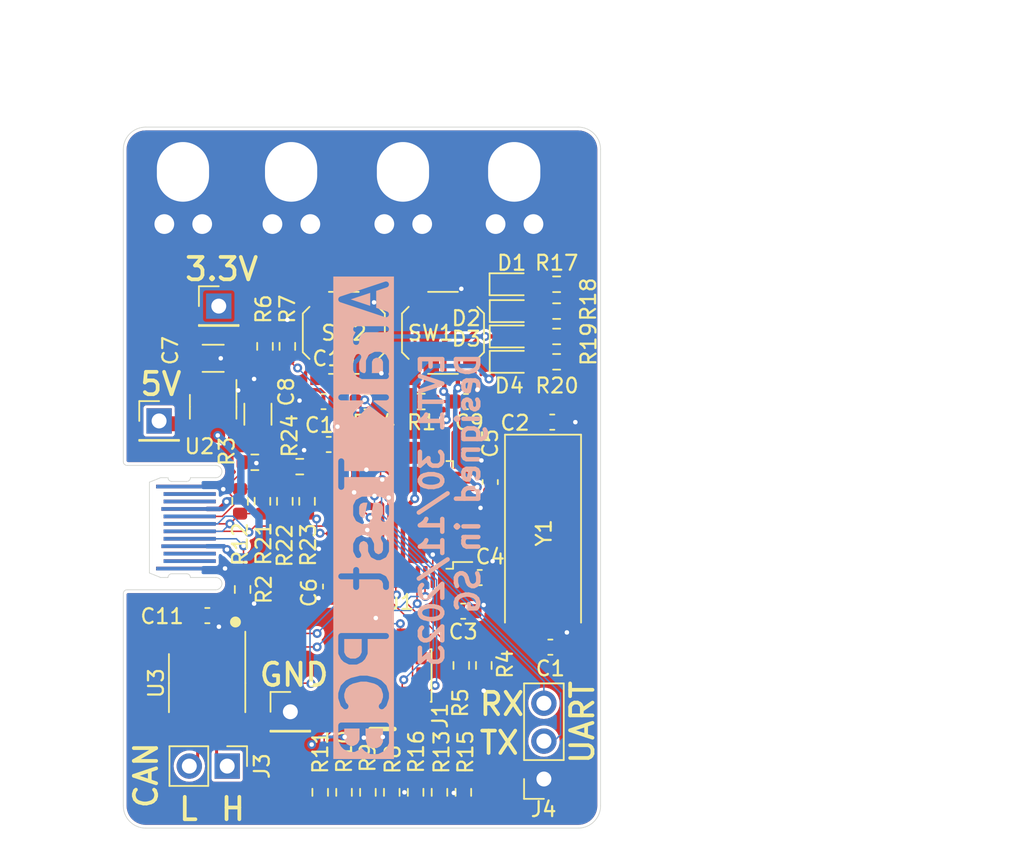
<source format=kicad_pcb>
(kicad_pcb (version 20221018) (generator pcbnew)

  (general
    (thickness 0.8)
  )

  (paper "A4")
  (layers
    (0 "F.Cu" signal)
    (31 "B.Cu" signal)
    (32 "B.Adhes" user "B.Adhesive")
    (33 "F.Adhes" user "F.Adhesive")
    (34 "B.Paste" user)
    (35 "F.Paste" user)
    (36 "B.SilkS" user "B.Silkscreen")
    (37 "F.SilkS" user "F.Silkscreen")
    (38 "B.Mask" user)
    (39 "F.Mask" user)
    (40 "Dwgs.User" user "User.Drawings")
    (41 "Cmts.User" user "User.Comments")
    (42 "Eco1.User" user "User.Eco1")
    (43 "Eco2.User" user "User.Eco2")
    (44 "Edge.Cuts" user)
    (45 "Margin" user)
    (46 "B.CrtYd" user "B.Courtyard")
    (47 "F.CrtYd" user "F.Courtyard")
    (48 "B.Fab" user)
    (49 "F.Fab" user)
    (50 "User.1" user)
    (51 "User.2" user)
    (52 "User.3" user)
    (53 "User.4" user)
    (54 "User.5" user)
    (55 "User.6" user)
    (56 "User.7" user)
    (57 "User.8" user)
    (58 "User.9" user)
  )

  (setup
    (stackup
      (layer "F.SilkS" (type "Top Silk Screen") (color "White"))
      (layer "F.Paste" (type "Top Solder Paste"))
      (layer "F.Mask" (type "Top Solder Mask") (color "Green") (thickness 0.01))
      (layer "F.Cu" (type "copper") (thickness 0.035))
      (layer "dielectric 1" (type "core") (color "FR4 natural") (thickness 0.71) (material "FR4") (epsilon_r 4.5) (loss_tangent 0.02))
      (layer "B.Cu" (type "copper") (thickness 0.035))
      (layer "B.Mask" (type "Bottom Solder Mask") (color "Green") (thickness 0.01))
      (layer "B.Paste" (type "Bottom Solder Paste"))
      (layer "B.SilkS" (type "Bottom Silk Screen") (color "White"))
      (copper_finish "ENIG")
      (dielectric_constraints no)
    )
    (pad_to_mask_clearance 0)
    (aux_axis_origin 101 127)
    (pcbplotparams
      (layerselection 0x00010fc_ffffffff)
      (plot_on_all_layers_selection 0x0000000_00000000)
      (disableapertmacros false)
      (usegerberextensions false)
      (usegerberattributes true)
      (usegerberadvancedattributes true)
      (creategerberjobfile true)
      (dashed_line_dash_ratio 12.000000)
      (dashed_line_gap_ratio 3.000000)
      (svgprecision 4)
      (plotframeref false)
      (viasonmask false)
      (mode 1)
      (useauxorigin false)
      (hpglpennumber 1)
      (hpglpenspeed 20)
      (hpglpendiameter 15.000000)
      (dxfpolygonmode true)
      (dxfimperialunits true)
      (dxfusepcbnewfont true)
      (psnegative false)
      (psa4output false)
      (plotreference true)
      (plotvalue true)
      (plotinvisibletext false)
      (sketchpadsonfab false)
      (subtractmaskfromsilk false)
      (outputformat 1)
      (mirror false)
      (drillshape 1)
      (scaleselection 1)
      (outputdirectory "")
    )
  )

  (net 0 "")
  (net 1 "GND")
  (net 2 "/OSCIN")
  (net 3 "/OSCOUT")
  (net 4 "+3.3V")
  (net 5 "+5V")
  (net 6 "/NRST")
  (net 7 "/MODE")
  (net 8 "Net-(D1-K)")
  (net 9 "Net-(D1-A)")
  (net 10 "Net-(D2-K)")
  (net 11 "Net-(D2-A)")
  (net 12 "Net-(D3-K)")
  (net 13 "Net-(D3-A)")
  (net 14 "Net-(D4-K)")
  (net 15 "Net-(D4-A)")
  (net 16 "/JTMS")
  (net 17 "/JTCK")
  (net 18 "/JTDO")
  (net 19 "/RX1")
  (net 20 "/JTDI")
  (net 21 "/TX1")
  (net 22 "/JNTRST")
  (net 23 "Net-(J2-CC2)")
  (net 24 "Net-(J2-CC1)")
  (net 25 "/BOOT0")
  (net 26 "/BOOT1")
  (net 27 "/USB_P")
  (net 28 "/USB_EN")
  (net 29 "unconnected-(U1-PC13-Pad2)")
  (net 30 "unconnected-(U1-PC14-Pad3)")
  (net 31 "unconnected-(U1-PC15-Pad4)")
  (net 32 "unconnected-(U1-PA1-Pad11)")
  (net 33 "unconnected-(U1-PA2-Pad12)")
  (net 34 "/SPI1_NSS")
  (net 35 "/SPI1_SCK")
  (net 36 "/SPI1_CIPO")
  (net 37 "/SPI1_COPI")
  (net 38 "unconnected-(U1-PB0-Pad18)")
  (net 39 "unconnected-(U1-PB1-Pad19)")
  (net 40 "/TX2")
  (net 41 "/RX2")
  (net 42 "unconnected-(U1-PB12-Pad25)")
  (net 43 "unconnected-(U1-PB13-Pad26)")
  (net 44 "unconnected-(U1-PB14-Pad27)")
  (net 45 "/USB_N")
  (net 46 "/CANMODE")
  (net 47 "/CANRX")
  (net 48 "/CANTX")
  (net 49 "unconnected-(U3-Vref-Pad5)")
  (net 50 "unconnected-(J2-PadA2)")
  (net 51 "unconnected-(J2-PadA3)")
  (net 52 "unconnected-(J2-SBU1-PadA8)")
  (net 53 "unconnected-(J2-PadA10)")
  (net 54 "unconnected-(J2-PadA11)")
  (net 55 "unconnected-(J2-PadB2)")
  (net 56 "unconnected-(J2-PadB3)")
  (net 57 "unconnected-(J2-SBU2-PadB8)")
  (net 58 "unconnected-(J2-PadB10)")
  (net 59 "unconnected-(J2-PadB11)")
  (net 60 "/CANH")
  (net 61 "/CANL")
  (net 62 "Net-(R23-Pad2)")

  (footprint "Connector_PinHeader_2.54mm:PinHeader_1x01_P2.54mm_Vertical" (layer "F.Cu") (at 113.2 118.2))

  (footprint "Resistor_SMD:R_0603_1608Metric" (layer "F.Cu") (at 110 110 -90))

  (footprint "Resistor_SMD:R_0603_1608Metric" (layer "F.Cu") (at 121.975 97.4))

  (footprint "Connector_PinHeader_2.54mm:PinHeader_1x01_P2.54mm_Vertical" (layer "F.Cu") (at 108.4 91))

  (footprint "Resistor_SMD:R_0603_1608Metric" (layer "F.Cu") (at 131.0538 94.735))

  (footprint "Resistor_SMD:R_0603_1608Metric" (layer "F.Cu") (at 124.8 123.6 90))

  (footprint "Arak:Test Point" (layer "F.Cu") (at 128.21 82))

  (footprint "Arak:Test Point" (layer "F.Cu") (at 106 82))

  (footprint "Resistor_SMD:R_0603_1608Metric" (layer "F.Cu") (at 111.3296 104.0892 90))

  (footprint "Capacitor_SMD:C_1206_3216Metric" (layer "F.Cu") (at 111.025 98.25 90))

  (footprint "LED_SMD:LED_0603_1608Metric" (layer "F.Cu") (at 128.0413 89.535))

  (footprint "Capacitor_SMD:C_0603_1608Metric" (layer "F.Cu") (at 124.975 97.4))

  (footprint "Capacitor_SMD:C_1206_3216Metric" (layer "F.Cu") (at 108.025 94.5))

  (footprint "Resistor_SMD:R_0603_1608Metric" (layer "F.Cu") (at 123.2 123.6 -90))

  (footprint "LED_SMD:LED_0603_1608Metric" (layer "F.Cu") (at 128.0538 93.035))

  (footprint "Capacitor_SMD:C_0603_1608Metric" (layer "F.Cu") (at 125.9 109.2))

  (footprint "Capacitor_SMD:C_0603_1608Metric" (layer "F.Cu") (at 107.635 111.75))

  (footprint "Resistor_SMD:R_0603_1608Metric" (layer "F.Cu") (at 112.8296 104.0892 90))

  (footprint "Crystal:Crystal_SMD_HC49-SD" (layer "F.Cu") (at 130.14 106.32 -90))

  (footprint "LED_SMD:LED_0603_1608Metric" (layer "F.Cu") (at 128.0538 91.335))

  (footprint "Arak:Test Point" (layer "F.Cu") (at 120.75 82))

  (footprint "Capacitor_SMD:C_0603_1608Metric" (layer "F.Cu") (at 115.7732 100.2792 180))

  (footprint "Resistor_SMD:R_0603_1608Metric" (layer "F.Cu") (at 131.0538 91.335))

  (footprint "Resistor_SMD:R_0603_1608Metric" (layer "F.Cu") (at 114.3196 104.0892 90))

  (footprint "Resistor_SMD:R_0603_1608Metric" (layer "F.Cu") (at 131.0538 89.535))

  (footprint "Package_TO_SOT_SMD:SOT-23-3" (layer "F.Cu") (at 108.025 97.75 -90))

  (footprint "Arak:Test Point" (layer "F.Cu") (at 113.25 82))

  (footprint "LED_SMD:LED_0603_1608Metric" (layer "F.Cu") (at 128.0538 94.735))

  (footprint "Resistor_SMD:R_0603_1608Metric" (layer "F.Cu") (at 118.4 97.4 180))

  (footprint "Resistor_SMD:R_0603_1608Metric" (layer "F.Cu") (at 120 123.6 -90))

  (footprint "Package_QFP:LQFP-48_7x7mm_P0.5mm" (layer "F.Cu") (at 120.5 105 180))

  (footprint "Capacitor_SMD:C_0603_1608Metric" (layer "F.Cu") (at 124.7902 111.4552))

  (footprint "Button_Switch_SMD:SW_Push_1P1T_XKB_TS-1187A" (layer "F.Cu") (at 123.435 92.795 -90))

  (footprint "Resistor_SMD:R_0603_1608Metric" (layer "F.Cu") (at 126.17 115.095 -90))

  (footprint "Connector_PinHeader_2.54mm:PinHeader_1x01_P2.54mm_Vertical" (layer "F.Cu") (at 104.4 98.7))

  (footprint "Package_SO:SOIC-8_3.9x4.9mm_P1.27mm" (layer "F.Cu") (at 107.62 116.28 -90))

  (footprint "Resistor_SMD:R_0603_1608Metric" (layer "F.Cu") (at 121.6 123.6 90))

  (footprint "Capacitor_SMD:C_0603_1608Metric" (layer "F.Cu") (at 126.6 102.8 90))

  (footprint "Connector_PinSocket_2.54mm:PinSocket_1x03_P2.54mm_Vertical" (layer "F.Cu") (at 130.2004 122.7074 180))

  (footprint "Capacitor_SMD:C_0603_1608Metric" (layer "F.Cu") (at 130.7592 98.7806 180))

  (footprint "Resistor_SMD:R_0603_1608Metric" (layer "F.Cu") (at 124.66 115.095 90))

  (footprint "Capacitor_SMD:C_0603_1608Metric" (layer "F.Cu") (at 115.9 109.8 -90))

  (footprint "Capacitor_SMD:C_0603_1608Metric" (layer "F.Cu") (at 115.425 97.4 180))

  (footprint "Resistor_SMD:R_0603_1608Metric" (layer "F.Cu") (at 113.8296 101.7642 180))

  (footprint "Resistor_SMD:R_0603_1608Metric" (layer "F.Cu") (at 111.5 93.7 -90))

  (footprint "Resistor_SMD:R_0603_1608Metric" (layer "F.Cu") (at 110.8202 101.473))

  (footprint "Resistor_SMD:R_0603_1608Metric" (layer "F.Cu") (at 116.8 123.6 -90))

  (footprint "Resistor_SMD:R_0603_1608Metric" (layer "F.Cu") (at 118.4 123.6 -90))

  (footprint "Resistor_SMD:R_0603_1608Metric" (layer "F.Cu") (at 131.0538 93.035))

  (footprint "Arak:USB-C PCB shell" (layer "F.Cu")
    (tstamp e2c4c558-274b-4268-bfd4-c8dad430aac8)
    (at 106.45 105.85 180)
    (descr "USB-C spec compliant w/ shell")
    (property "Sheetfile" "Arak.kicad_sch")
    (property "Sheetname" "")
    (property "exclude_from_bom" "")
    (property "ki_description" "USB 2.0-only Type-C Receptacle connector")
    (property "ki_keywords" "usb universal serial bus type-C USB2.0")
    (path "/6f01bd3b-f0bc-4a5b-a449-c0cc56ab3a2c")
    (attr smd exclude_from_bom)
    (fp_text reference "J2" (at -2.75 0.05 90 unlocked) (layer "F.SilkS") hide
        (effects (font (size 1 1) (thickness 0.1)))
      (tstamp 4fe37e89-ed5d-4d9b-890d-4d241523c1f2)
    )
    (fp_text value "USB-C Receptacle (USB2.0)" (at -44.99 32.5525 180 unlocked) (layer "F.Fab")
        (effects (font (size 1 1) (thickness 0.15)))
      (tstamp 29636571-3262-4fc9-9d67-76d3447fe815)
    )
    (fp_text user "${REFERENCE}" (at 2 7.25 180 unlocked) (layer "F.Fab")
        (effects (font (size 1 1) (thickness 0.15)))
      (tstamp c942a77a-6e2a-4212-9b49-8331d570031b)
    )
    (fp_rect (start -0.8 -2.65) (end 2.25 -2.85)
      (stroke (width 0.05) (type solid)) (fill solid) (layer "B.Mask") (tstamp 6d4e1215-8247-48ff-8287-2a4f112b5e95))
    (fp_rect (start -0.8 -2.15) (end 1.75 -2.35)
      (stroke (width 0.05) (type solid)) (fill solid) (layer "B.Mask") (tstamp f19113de-8a39-47f7-a8c0-e017f7e8b521))
    (fp_rect (start -0.8 -1.65) (end 1.75 -1.85)
      (stroke (width 0.05) (type solid)) (fill solid) (layer "B.Mask") (tstamp bab4bc5b-90a5-432d-8ad0-5422efe9e66c))
    (fp_rect (start -0.8 -1.15) (end 1.9 -1.35)
      (stroke (width 0.05) (type solid)) (fill solid) (layer "B.Mask") (tstamp 4d62ec2f-f263-47c8-a384-1caf5908e9b7))
    (fp_rect (start -0.8 -0.65) (end 1.75 -0.85)
      (stroke (width 0.05) (type solid)) (fill solid) (layer "B.Mask") (tstamp 47fa93b5-cf9d-41d7-b768-f6cca1032046))
    (fp_rect (start -0.8 -0.15) (end 1.75 -0.35)
      (stroke (width 0.05) (type solid)) (fill solid) (layer "B.Mask") (tstamp b7748fe9-b632-4bc9-acb6-470d90122375))
    (fp_rect (start -0.8 0.35) (end 1.75 0.15)
      (stroke (width 0.05) (type solid)) (fill solid) (layer "B.Mask") (tstamp 79a25ba2-504c-4739-821f-f084d926a40b))
    (fp_rect (start -0.8 0.85) (end 1.75 0.65)
      (stroke (width 0.05) (type solid)) (fill solid) (layer "B.Mask") (tstamp 58950f29-0f05-4411-81e3-040f6a86c7bd))
    (fp_rect (start -0.8 1.35) (end 1.9 1.15)
      (stroke (width 0.05) (type solid)) (fill solid) (layer "B.Mask") (tstamp 291374b2-8c70-43ec-8e3b-2129b3aee58c))
    (fp_rect (start -0.8 1.85) (end 1.75 1.65)
      (stroke (width 0.05) (type solid)) (fill solid) (layer "B.Mask") (tstamp b79fc4e8-06bf-
... [378221 chars truncated]
</source>
